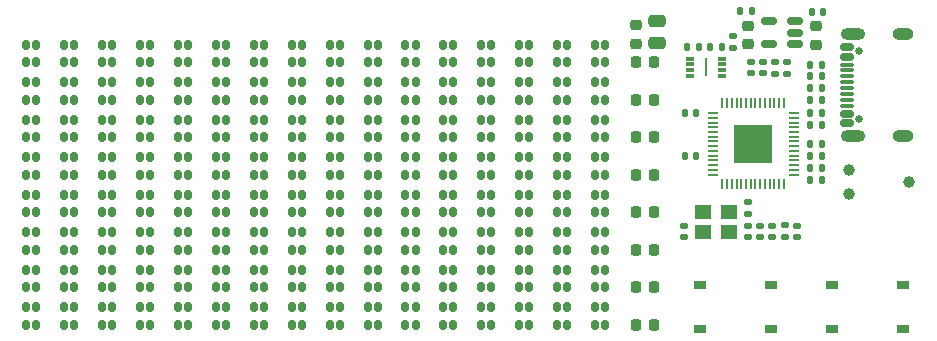
<source format=gts>
G04 #@! TF.GenerationSoftware,KiCad,Pcbnew,8.0.1*
G04 #@! TF.CreationDate,2024-05-08T20:32:46+02:00*
G04 #@! TF.ProjectId,TGL_Board,54474c5f-426f-4617-9264-2e6b69636164,rev?*
G04 #@! TF.SameCoordinates,Original*
G04 #@! TF.FileFunction,Soldermask,Top*
G04 #@! TF.FilePolarity,Negative*
%FSLAX46Y46*%
G04 Gerber Fmt 4.6, Leading zero omitted, Abs format (unit mm)*
G04 Created by KiCad (PCBNEW 8.0.1) date 2024-05-08 20:32:46*
%MOMM*%
%LPD*%
G01*
G04 APERTURE LIST*
G04 Aperture macros list*
%AMRoundRect*
0 Rectangle with rounded corners*
0 $1 Rounding radius*
0 $2 $3 $4 $5 $6 $7 $8 $9 X,Y pos of 4 corners*
0 Add a 4 corners polygon primitive as box body*
4,1,4,$2,$3,$4,$5,$6,$7,$8,$9,$2,$3,0*
0 Add four circle primitives for the rounded corners*
1,1,$1+$1,$2,$3*
1,1,$1+$1,$4,$5*
1,1,$1+$1,$6,$7*
1,1,$1+$1,$8,$9*
0 Add four rect primitives between the rounded corners*
20,1,$1+$1,$2,$3,$4,$5,0*
20,1,$1+$1,$4,$5,$6,$7,0*
20,1,$1+$1,$6,$7,$8,$9,0*
20,1,$1+$1,$8,$9,$2,$3,0*%
G04 Aperture macros list end*
%ADD10RoundRect,0.162500X-0.162500X0.237500X-0.162500X-0.237500X0.162500X-0.237500X0.162500X0.237500X0*%
%ADD11RoundRect,0.250000X-0.475000X0.250000X-0.475000X-0.250000X0.475000X-0.250000X0.475000X0.250000X0*%
%ADD12RoundRect,0.140000X0.170000X-0.140000X0.170000X0.140000X-0.170000X0.140000X-0.170000X-0.140000X0*%
%ADD13R,1.000000X0.700000*%
%ADD14RoundRect,0.140000X0.140000X0.170000X-0.140000X0.170000X-0.140000X-0.170000X0.140000X-0.170000X0*%
%ADD15RoundRect,0.140000X-0.170000X0.140000X-0.170000X-0.140000X0.170000X-0.140000X0.170000X0.140000X0*%
%ADD16RoundRect,0.225000X0.225000X0.250000X-0.225000X0.250000X-0.225000X-0.250000X0.225000X-0.250000X0*%
%ADD17RoundRect,0.135000X0.185000X-0.135000X0.185000X0.135000X-0.185000X0.135000X-0.185000X-0.135000X0*%
%ADD18RoundRect,0.135000X0.135000X0.185000X-0.135000X0.185000X-0.135000X-0.185000X0.135000X-0.185000X0*%
%ADD19RoundRect,0.135000X-0.135000X-0.185000X0.135000X-0.185000X0.135000X0.185000X-0.135000X0.185000X0*%
%ADD20RoundRect,0.140000X-0.140000X-0.170000X0.140000X-0.170000X0.140000X0.170000X-0.140000X0.170000X0*%
%ADD21RoundRect,0.150000X0.512500X0.150000X-0.512500X0.150000X-0.512500X-0.150000X0.512500X-0.150000X0*%
%ADD22R,1.400000X1.200000*%
%ADD23R,0.800000X0.300000*%
%ADD24R,0.250000X1.650000*%
%ADD25C,0.650000*%
%ADD26RoundRect,0.150000X0.425000X-0.150000X0.425000X0.150000X-0.425000X0.150000X-0.425000X-0.150000X0*%
%ADD27RoundRect,0.075000X0.500000X-0.075000X0.500000X0.075000X-0.500000X0.075000X-0.500000X-0.075000X0*%
%ADD28O,2.100000X1.000000*%
%ADD29O,1.800000X1.000000*%
%ADD30RoundRect,0.050000X-0.387500X-0.050000X0.387500X-0.050000X0.387500X0.050000X-0.387500X0.050000X0*%
%ADD31RoundRect,0.050000X-0.050000X-0.387500X0.050000X-0.387500X0.050000X0.387500X-0.050000X0.387500X0*%
%ADD32R,3.200000X3.200000*%
%ADD33RoundRect,0.225000X-0.250000X0.225000X-0.250000X-0.225000X0.250000X-0.225000X0.250000X0.225000X0*%
%ADD34C,0.990600*%
G04 APERTURE END LIST*
D10*
X134706800Y-43031700D03*
X134706800Y-41531700D03*
X133856800Y-41531700D03*
X133856800Y-43031700D03*
X102588800Y-33506700D03*
X102588800Y-32006700D03*
X101738800Y-32006700D03*
X101738800Y-33506700D03*
D11*
X155168600Y-20436800D03*
X155168600Y-22336800D03*
D10*
X109012400Y-39856700D03*
X109012400Y-38356700D03*
X108162400Y-38356700D03*
X108162400Y-39856700D03*
X147554000Y-39856700D03*
X147554000Y-38356700D03*
X146704000Y-38356700D03*
X146704000Y-39856700D03*
X128283200Y-46206700D03*
X128283200Y-44706700D03*
X127433200Y-44706700D03*
X127433200Y-46206700D03*
X121859600Y-43031700D03*
X121859600Y-41531700D03*
X121009600Y-41531700D03*
X121009600Y-43031700D03*
X121859600Y-36681700D03*
X121859600Y-35181700D03*
X121009600Y-35181700D03*
X121009600Y-36681700D03*
X121859600Y-27156700D03*
X121859600Y-25656700D03*
X121009600Y-25656700D03*
X121009600Y-27156700D03*
X147554000Y-46206700D03*
X147554000Y-44706700D03*
X146704000Y-44706700D03*
X146704000Y-46206700D03*
D12*
X164902000Y-38767400D03*
X164902000Y-37807400D03*
D10*
X137918600Y-46206700D03*
X137918600Y-44706700D03*
X137068600Y-44706700D03*
X137068600Y-46206700D03*
X141130400Y-33506700D03*
X141130400Y-32006700D03*
X140280400Y-32006700D03*
X140280400Y-33506700D03*
X150765800Y-30331700D03*
X150765800Y-28831700D03*
X149915800Y-28831700D03*
X149915800Y-30331700D03*
X147554000Y-23981700D03*
X147554000Y-22481700D03*
X146704000Y-22481700D03*
X146704000Y-23981700D03*
X144342200Y-36681700D03*
X144342200Y-35181700D03*
X143492200Y-35181700D03*
X143492200Y-36681700D03*
D13*
X158792400Y-42830000D03*
X164792400Y-42830000D03*
X158792400Y-46530000D03*
X164792400Y-46530000D03*
D10*
X128283200Y-27156700D03*
X128283200Y-25656700D03*
X127433200Y-25656700D03*
X127433200Y-27156700D03*
X144342200Y-33506700D03*
X144342200Y-32006700D03*
X143492200Y-32006700D03*
X143492200Y-33506700D03*
X102588800Y-46206700D03*
X102588800Y-44706700D03*
X101738800Y-44706700D03*
X101738800Y-46206700D03*
D14*
X169237600Y-19685000D03*
X168277600Y-19685000D03*
D10*
X128283200Y-23981700D03*
X128283200Y-22481700D03*
X127433200Y-22481700D03*
X127433200Y-23981700D03*
X105800600Y-46206700D03*
X105800600Y-44706700D03*
X104950600Y-44706700D03*
X104950600Y-46206700D03*
D15*
X161617600Y-21771600D03*
X161617600Y-22731600D03*
D10*
X137918600Y-36681700D03*
X137918600Y-35181700D03*
X137068600Y-35181700D03*
X137068600Y-36681700D03*
X137918600Y-33506700D03*
X137918600Y-32006700D03*
X137068600Y-32006700D03*
X137068600Y-33506700D03*
D16*
X154896200Y-46206700D03*
X153346200Y-46206700D03*
D10*
X125071400Y-23981700D03*
X125071400Y-22481700D03*
X124221400Y-22481700D03*
X124221400Y-23981700D03*
D17*
X165125400Y-24943400D03*
X165125400Y-23923400D03*
D10*
X131495000Y-23981700D03*
X131495000Y-22481700D03*
X130645000Y-22481700D03*
X130645000Y-23981700D03*
X141130400Y-43031700D03*
X141130400Y-41531700D03*
X140280400Y-41531700D03*
X140280400Y-43031700D03*
X115436000Y-46206700D03*
X115436000Y-44706700D03*
X114586000Y-44706700D03*
X114586000Y-46206700D03*
D17*
X165963600Y-38797400D03*
X165963600Y-37777400D03*
D10*
X137918600Y-27156700D03*
X137918600Y-25656700D03*
X137068600Y-25656700D03*
X137068600Y-27156700D03*
D18*
X169112600Y-32893000D03*
X168092600Y-32893000D03*
D19*
X162177000Y-19659600D03*
X163197000Y-19659600D03*
D10*
X131495000Y-43031700D03*
X131495000Y-41531700D03*
X130645000Y-41531700D03*
X130645000Y-43031700D03*
X144342200Y-27156700D03*
X144342200Y-25656700D03*
X143492200Y-25656700D03*
X143492200Y-27156700D03*
X134706800Y-33506700D03*
X134706800Y-32006700D03*
X133856800Y-32006700D03*
X133856800Y-33506700D03*
X141130400Y-30331700D03*
X141130400Y-28831700D03*
X140280400Y-28831700D03*
X140280400Y-30331700D03*
X128283200Y-43031700D03*
X128283200Y-41531700D03*
X127433200Y-41531700D03*
X127433200Y-43031700D03*
X144342200Y-30331700D03*
X144342200Y-28831700D03*
X143492200Y-28831700D03*
X143492200Y-30331700D03*
X102588800Y-39856700D03*
X102588800Y-38356700D03*
X101738800Y-38356700D03*
X101738800Y-39856700D03*
X128283200Y-39856700D03*
X128283200Y-38356700D03*
X127433200Y-38356700D03*
X127433200Y-39856700D03*
D16*
X154896200Y-23981700D03*
X153346200Y-23981700D03*
D10*
X137918600Y-30331700D03*
X137918600Y-28831700D03*
X137068600Y-28831700D03*
X137068600Y-30331700D03*
X137918600Y-23981700D03*
X137918600Y-22481700D03*
X137068600Y-22481700D03*
X137068600Y-23981700D03*
X125071400Y-43031700D03*
X125071400Y-41531700D03*
X124221400Y-41531700D03*
X124221400Y-43031700D03*
D17*
X162836800Y-36802600D03*
X162836800Y-35782600D03*
D10*
X115436000Y-39856700D03*
X115436000Y-38356700D03*
X114586000Y-38356700D03*
X114586000Y-39856700D03*
X147554000Y-36681700D03*
X147554000Y-35181700D03*
X146704000Y-35181700D03*
X146704000Y-36681700D03*
X150765800Y-27156700D03*
X150765800Y-25656700D03*
X149915800Y-25656700D03*
X149915800Y-27156700D03*
X102588800Y-23981700D03*
X102588800Y-22481700D03*
X101738800Y-22481700D03*
X101738800Y-23981700D03*
D12*
X157426600Y-38756400D03*
X157426600Y-37796400D03*
D10*
X150765800Y-46206700D03*
X150765800Y-44706700D03*
X149915800Y-44706700D03*
X149915800Y-46206700D03*
X141130400Y-27156700D03*
X141130400Y-25656700D03*
X140280400Y-25656700D03*
X140280400Y-27156700D03*
X118647800Y-46206700D03*
X118647800Y-44706700D03*
X117797800Y-44706700D03*
X117797800Y-46206700D03*
D20*
X157480000Y-31877000D03*
X158440000Y-31877000D03*
D21*
X166869900Y-22411600D03*
X166869900Y-21461600D03*
X166869900Y-20511600D03*
X164594900Y-20511600D03*
X164594900Y-22411600D03*
D10*
X144342200Y-39856700D03*
X144342200Y-38356700D03*
X143492200Y-38356700D03*
X143492200Y-39856700D03*
D22*
X161219000Y-36636400D03*
X159019000Y-36636400D03*
X159019000Y-38336400D03*
X161219000Y-38336400D03*
D10*
X118647800Y-30331700D03*
X118647800Y-28831700D03*
X117797800Y-28831700D03*
X117797800Y-30331700D03*
X112224200Y-33506700D03*
X112224200Y-32006700D03*
X111374200Y-32006700D03*
X111374200Y-33506700D03*
D19*
X168092600Y-25160000D03*
X169112600Y-25160000D03*
D10*
X102588800Y-27156700D03*
X102588800Y-25656700D03*
X101738800Y-25656700D03*
X101738800Y-27156700D03*
X137918600Y-43031700D03*
X137918600Y-41531700D03*
X137068600Y-41531700D03*
X137068600Y-43031700D03*
X121859600Y-39856700D03*
X121859600Y-38356700D03*
X121009600Y-38356700D03*
X121009600Y-39856700D03*
D12*
X163860600Y-38767400D03*
X163860600Y-37807400D03*
D10*
X150765800Y-23981700D03*
X150765800Y-22481700D03*
X149915800Y-22481700D03*
X149915800Y-23981700D03*
X147554000Y-33506700D03*
X147554000Y-32006700D03*
X146704000Y-32006700D03*
X146704000Y-33506700D03*
X115436000Y-33506700D03*
X115436000Y-32006700D03*
X114586000Y-32006700D03*
X114586000Y-33506700D03*
D15*
X164106800Y-23953400D03*
X164106800Y-24913400D03*
D10*
X134706800Y-36681700D03*
X134706800Y-35181700D03*
X133856800Y-35181700D03*
X133856800Y-36681700D03*
X105800600Y-43031700D03*
X105800600Y-41531700D03*
X104950600Y-41531700D03*
X104950600Y-43031700D03*
X109012400Y-30331700D03*
X109012400Y-28831700D03*
X108162400Y-28831700D03*
X108162400Y-30331700D03*
X141130400Y-23981700D03*
X141130400Y-22481700D03*
X140280400Y-22481700D03*
X140280400Y-23981700D03*
X144342200Y-23981700D03*
X144342200Y-22481700D03*
X143492200Y-22481700D03*
X143492200Y-23981700D03*
X141130400Y-39856700D03*
X141130400Y-38356700D03*
X140280400Y-38356700D03*
X140280400Y-39856700D03*
X141130400Y-46206700D03*
X141130400Y-44706700D03*
X140280400Y-44706700D03*
X140280400Y-46206700D03*
X105800600Y-30331700D03*
X105800600Y-28831700D03*
X104950600Y-28831700D03*
X104950600Y-30331700D03*
X105800600Y-23981700D03*
X105800600Y-22481700D03*
X104950600Y-22481700D03*
X104950600Y-23981700D03*
D20*
X168122600Y-29286200D03*
X169082600Y-29286200D03*
D10*
X109012400Y-27156700D03*
X109012400Y-25656700D03*
X108162400Y-25656700D03*
X108162400Y-27156700D03*
X112224200Y-27156700D03*
X112224200Y-25656700D03*
X111374200Y-25656700D03*
X111374200Y-27156700D03*
D23*
X157914300Y-23658000D03*
X157914300Y-24158000D03*
X157914300Y-24658000D03*
X157914300Y-25158000D03*
X160614300Y-25158000D03*
X160614300Y-24658000D03*
X160614300Y-24158000D03*
X160614300Y-23658000D03*
D24*
X159264300Y-24408000D03*
D10*
X147554000Y-30331700D03*
X147554000Y-28831700D03*
X146704000Y-28831700D03*
X146704000Y-30331700D03*
D15*
X162836800Y-37796400D03*
X162836800Y-38756400D03*
D10*
X144342200Y-43031700D03*
X144342200Y-41531700D03*
X143492200Y-41531700D03*
X143492200Y-43031700D03*
X134706800Y-23981700D03*
X134706800Y-22481700D03*
X133856800Y-22481700D03*
X133856800Y-23981700D03*
D15*
X163090300Y-23953400D03*
X163090300Y-24913400D03*
D10*
X112224200Y-43031700D03*
X112224200Y-41531700D03*
X111374200Y-41531700D03*
X111374200Y-43031700D03*
X102588800Y-36681700D03*
X102588800Y-35181700D03*
X101738800Y-35181700D03*
X101738800Y-36681700D03*
D16*
X154896200Y-39856700D03*
X153346200Y-39856700D03*
D10*
X125071400Y-46206700D03*
X125071400Y-44706700D03*
X124221400Y-44706700D03*
X124221400Y-46206700D03*
D18*
X169112600Y-24160000D03*
X168092600Y-24160000D03*
D25*
X172282000Y-28800000D03*
X172282000Y-23020000D03*
D26*
X171207000Y-29110000D03*
X171207000Y-28310000D03*
D27*
X171207000Y-27160000D03*
X171207000Y-26160000D03*
X171207000Y-25660000D03*
X171207000Y-24660000D03*
D26*
X171207000Y-23510000D03*
X171207000Y-22710000D03*
X171207000Y-22710000D03*
X171207000Y-23510000D03*
D27*
X171207000Y-24160000D03*
X171207000Y-25160000D03*
X171207000Y-26660000D03*
X171207000Y-27660000D03*
D26*
X171207000Y-28310000D03*
X171207000Y-29110000D03*
D28*
X171782000Y-30230000D03*
D29*
X175962000Y-30230000D03*
D28*
X171782000Y-21590000D03*
D29*
X175962000Y-21590000D03*
D10*
X137918600Y-39856700D03*
X137918600Y-38356700D03*
X137068600Y-38356700D03*
X137068600Y-39856700D03*
X112224200Y-39856700D03*
X112224200Y-38356700D03*
X111374200Y-38356700D03*
X111374200Y-39856700D03*
D30*
X159852800Y-28277000D03*
X159852800Y-28677000D03*
X159852800Y-29077000D03*
X159852800Y-29477000D03*
X159852800Y-29877000D03*
X159852800Y-30277000D03*
X159852800Y-30677000D03*
X159852800Y-31077000D03*
X159852800Y-31477000D03*
X159852800Y-31877000D03*
X159852800Y-32277000D03*
X159852800Y-32677000D03*
X159852800Y-33077000D03*
X159852800Y-33477000D03*
D31*
X160690300Y-34314500D03*
X161090300Y-34314500D03*
X161490300Y-34314500D03*
X161890300Y-34314500D03*
X162290300Y-34314500D03*
X162690300Y-34314500D03*
X163090300Y-34314500D03*
X163490300Y-34314500D03*
X163890300Y-34314500D03*
X164290300Y-34314500D03*
X164690300Y-34314500D03*
X165090300Y-34314500D03*
X165490300Y-34314500D03*
X165890300Y-34314500D03*
D30*
X166727800Y-33477000D03*
X166727800Y-33077000D03*
X166727800Y-32677000D03*
X166727800Y-32277000D03*
X166727800Y-31877000D03*
X166727800Y-31477000D03*
X166727800Y-31077000D03*
X166727800Y-30677000D03*
X166727800Y-30277000D03*
X166727800Y-29877000D03*
X166727800Y-29477000D03*
X166727800Y-29077000D03*
X166727800Y-28677000D03*
X166727800Y-28277000D03*
D31*
X165890300Y-27439500D03*
X165490300Y-27439500D03*
X165090300Y-27439500D03*
X164690300Y-27439500D03*
X164290300Y-27439500D03*
X163890300Y-27439500D03*
X163490300Y-27439500D03*
X163090300Y-27439500D03*
X162690300Y-27439500D03*
X162290300Y-27439500D03*
X161890300Y-27439500D03*
X161490300Y-27439500D03*
X161090300Y-27439500D03*
X160690300Y-27439500D03*
D32*
X163290300Y-30877000D03*
D10*
X131495000Y-27156700D03*
X131495000Y-25656700D03*
X130645000Y-25656700D03*
X130645000Y-27156700D03*
D16*
X154896200Y-36681700D03*
X153346200Y-36681700D03*
D19*
X168092600Y-26162000D03*
X169112600Y-26162000D03*
D10*
X150765800Y-39856700D03*
X150765800Y-38356700D03*
X149915800Y-38356700D03*
X149915800Y-39856700D03*
X121859600Y-23981700D03*
X121859600Y-22481700D03*
X121009600Y-22481700D03*
X121009600Y-23981700D03*
X115436000Y-36681700D03*
X115436000Y-35181700D03*
X114586000Y-35181700D03*
X114586000Y-36681700D03*
D16*
X154896200Y-43031700D03*
X153346200Y-43031700D03*
D18*
X169112600Y-27160000D03*
X168092600Y-27160000D03*
D10*
X115436000Y-43031700D03*
X115436000Y-41531700D03*
X114586000Y-41531700D03*
X114586000Y-43031700D03*
X150765800Y-43031700D03*
X150765800Y-41531700D03*
X149915800Y-41531700D03*
X149915800Y-43031700D03*
X128283200Y-33506700D03*
X128283200Y-32006700D03*
X127433200Y-32006700D03*
X127433200Y-33506700D03*
X134706800Y-30331700D03*
X134706800Y-28831700D03*
X133856800Y-28831700D03*
X133856800Y-30331700D03*
X131495000Y-33506700D03*
X131495000Y-32006700D03*
X130645000Y-32006700D03*
X130645000Y-33506700D03*
X112224200Y-36681700D03*
X112224200Y-35181700D03*
X111374200Y-35181700D03*
X111374200Y-36681700D03*
X134706800Y-27156700D03*
X134706800Y-25656700D03*
X133856800Y-25656700D03*
X133856800Y-27156700D03*
X131495000Y-30331700D03*
X131495000Y-28831700D03*
X130645000Y-28831700D03*
X130645000Y-30331700D03*
X102588800Y-43031700D03*
X102588800Y-41531700D03*
X101738800Y-41531700D03*
X101738800Y-43031700D03*
X105800600Y-39856700D03*
X105800600Y-38356700D03*
X104950600Y-38356700D03*
X104950600Y-39856700D03*
X109012400Y-36681700D03*
X109012400Y-35181700D03*
X108162400Y-35181700D03*
X108162400Y-36681700D03*
D14*
X169082600Y-33909000D03*
X168122600Y-33909000D03*
D10*
X112224200Y-30331700D03*
X112224200Y-28831700D03*
X111374200Y-28831700D03*
X111374200Y-30331700D03*
D14*
X169082600Y-28277000D03*
X168122600Y-28277000D03*
D10*
X121859600Y-33506700D03*
X121859600Y-32006700D03*
X121009600Y-32006700D03*
X121009600Y-33506700D03*
X134706800Y-46206700D03*
X134706800Y-44706700D03*
X133856800Y-44706700D03*
X133856800Y-46206700D03*
X112224200Y-46206700D03*
X112224200Y-44706700D03*
X111374200Y-44706700D03*
X111374200Y-46206700D03*
D16*
X154896200Y-33506700D03*
X153346200Y-33506700D03*
D10*
X128283200Y-30331700D03*
X128283200Y-28831700D03*
X127433200Y-28831700D03*
X127433200Y-30331700D03*
D13*
X169968400Y-42830000D03*
X175968400Y-42830000D03*
X169968400Y-46530000D03*
X175968400Y-46530000D03*
D10*
X115436000Y-30331700D03*
X115436000Y-28831700D03*
X114586000Y-28831700D03*
X114586000Y-30331700D03*
X105800600Y-27156700D03*
X105800600Y-25656700D03*
X104950600Y-25656700D03*
X104950600Y-27156700D03*
X121859600Y-46206700D03*
X121859600Y-44706700D03*
X121009600Y-44706700D03*
X121009600Y-46206700D03*
X105800600Y-36681700D03*
X105800600Y-35181700D03*
X104950600Y-35181700D03*
X104950600Y-36681700D03*
X131495000Y-39856700D03*
X131495000Y-38356700D03*
X130645000Y-38356700D03*
X130645000Y-39856700D03*
X105800600Y-33506700D03*
X105800600Y-32006700D03*
X104950600Y-32006700D03*
X104950600Y-33506700D03*
X118647800Y-33506700D03*
X118647800Y-32006700D03*
X117797800Y-32006700D03*
X117797800Y-33506700D03*
D16*
X154896200Y-27156700D03*
X153346200Y-27156700D03*
D14*
X169082600Y-31877000D03*
X168122600Y-31877000D03*
D33*
X162887600Y-20906600D03*
X162887600Y-22456600D03*
D12*
X167027800Y-38767400D03*
X167027800Y-37807400D03*
D10*
X109012400Y-46206700D03*
X109012400Y-44706700D03*
X108162400Y-44706700D03*
X108162400Y-46206700D03*
D14*
X160614300Y-22706200D03*
X159654300Y-22706200D03*
D10*
X134706800Y-39856700D03*
X134706800Y-38356700D03*
X133856800Y-38356700D03*
X133856800Y-39856700D03*
X102588800Y-30331700D03*
X102588800Y-28831700D03*
X101738800Y-28831700D03*
X101738800Y-30331700D03*
D20*
X157480000Y-28277000D03*
X158440000Y-28277000D03*
D10*
X125071400Y-39856700D03*
X125071400Y-38356700D03*
X124221400Y-38356700D03*
X124221400Y-39856700D03*
X131495000Y-46206700D03*
X131495000Y-44706700D03*
X130645000Y-44706700D03*
X130645000Y-46206700D03*
X115436000Y-27156700D03*
X115436000Y-25656700D03*
X114586000Y-25656700D03*
X114586000Y-27156700D03*
X144342200Y-46206700D03*
X144342200Y-44706700D03*
X143492200Y-44706700D03*
X143492200Y-46206700D03*
X112224200Y-23981700D03*
X112224200Y-22481700D03*
X111374200Y-22481700D03*
X111374200Y-23981700D03*
X141130400Y-36681700D03*
X141130400Y-35181700D03*
X140280400Y-35181700D03*
X140280400Y-36681700D03*
X125071400Y-27156700D03*
X125071400Y-25656700D03*
X124221400Y-25656700D03*
X124221400Y-27156700D03*
D33*
X153365200Y-20831800D03*
X153365200Y-22381800D03*
D10*
X150765800Y-33506700D03*
X150765800Y-32006700D03*
X149915800Y-32006700D03*
X149915800Y-33506700D03*
D17*
X166166800Y-24943400D03*
X166166800Y-23923400D03*
D10*
X118647800Y-27156700D03*
X118647800Y-25656700D03*
X117797800Y-25656700D03*
X117797800Y-27156700D03*
X125071400Y-30331700D03*
X125071400Y-28831700D03*
X124221400Y-28831700D03*
X124221400Y-30331700D03*
X150765800Y-36681700D03*
X150765800Y-35181700D03*
X149915800Y-35181700D03*
X149915800Y-36681700D03*
X115436000Y-23981700D03*
X115436000Y-22481700D03*
X114586000Y-22481700D03*
X114586000Y-23981700D03*
X118647800Y-23981700D03*
X118647800Y-22481700D03*
X117797800Y-22481700D03*
X117797800Y-23981700D03*
X118647800Y-39856700D03*
X118647800Y-38356700D03*
X117797800Y-38356700D03*
X117797800Y-39856700D03*
X121859600Y-30331700D03*
X121859600Y-28831700D03*
X121009600Y-28831700D03*
X121009600Y-30331700D03*
D33*
X168579800Y-20916600D03*
X168579800Y-22466600D03*
D10*
X125071400Y-33506700D03*
X125071400Y-32006700D03*
X124221400Y-32006700D03*
X124221400Y-33506700D03*
X109012400Y-43031700D03*
X109012400Y-41531700D03*
X108162400Y-41531700D03*
X108162400Y-43031700D03*
X118647800Y-36681700D03*
X118647800Y-35181700D03*
X117797800Y-35181700D03*
X117797800Y-36681700D03*
X131495000Y-36681700D03*
X131495000Y-35181700D03*
X130645000Y-35181700D03*
X130645000Y-36681700D03*
X147554000Y-43031700D03*
X147554000Y-41531700D03*
X146704000Y-41531700D03*
X146704000Y-43031700D03*
X125071400Y-36681700D03*
X125071400Y-35181700D03*
X124221400Y-35181700D03*
X124221400Y-36681700D03*
D16*
X154896200Y-30331700D03*
X153346200Y-30331700D03*
D19*
X157704000Y-22706200D03*
X158724000Y-22706200D03*
D10*
X109012400Y-23981700D03*
X109012400Y-22481700D03*
X108162400Y-22481700D03*
X108162400Y-23981700D03*
X128283200Y-36681700D03*
X128283200Y-35181700D03*
X127433200Y-35181700D03*
X127433200Y-36681700D03*
D14*
X169082600Y-30861000D03*
X168122600Y-30861000D03*
D10*
X109012400Y-33506700D03*
X109012400Y-32006700D03*
X108162400Y-32006700D03*
X108162400Y-33506700D03*
X118647800Y-43031700D03*
X118647800Y-41531700D03*
X117797800Y-41531700D03*
X117797800Y-43031700D03*
X147554000Y-27156700D03*
X147554000Y-25656700D03*
X146704000Y-25656700D03*
X146704000Y-27156700D03*
D34*
X176453800Y-34086800D03*
X171373800Y-35102800D03*
X171373800Y-33070800D03*
M02*

</source>
